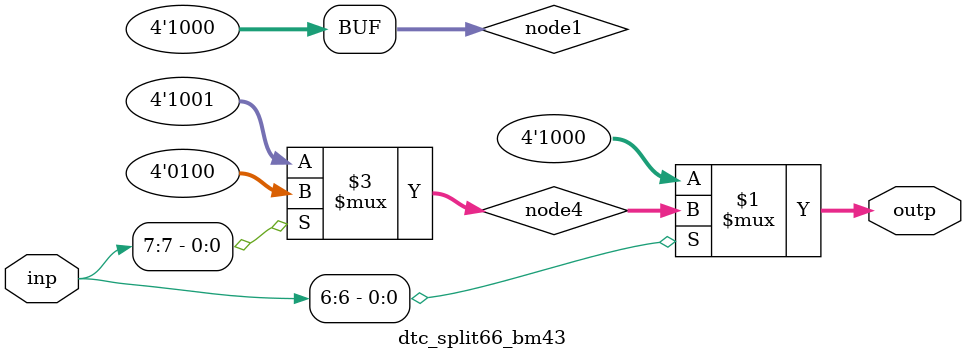
<source format=v>
module dtc_split66_bm43 (
	input  wire [8-1:0] inp,
	output wire [4-1:0] outp
);

	wire [4-1:0] node1;
	wire [4-1:0] node4;

	assign outp = (inp[6]) ? node4 : node1;
		assign node1 = (inp[1]) ? 4'b1000 : 4'b1000;
		assign node4 = (inp[7]) ? 4'b0100 : 4'b1001;

endmodule
</source>
